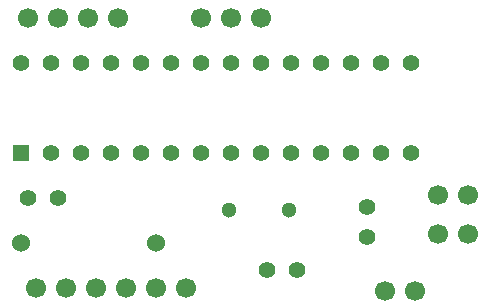
<source format=gts>
G04 (created by PCBNEW (22-Jun-2014 BZR 4027)-stable) date Sat 20 Dec 2014 16:30:47 GMT*
%MOIN*%
G04 Gerber Fmt 3.4, Leading zero omitted, Abs format*
%FSLAX34Y34*%
G01*
G70*
G90*
G04 APERTURE LIST*
%ADD10C,0.00590551*%
%ADD11C,0.06*%
%ADD12C,0.055*%
%ADD13R,0.055X0.055*%
%ADD14C,0.0669291*%
%ADD15C,0.0511811*%
G04 APERTURE END LIST*
G54D10*
G54D11*
X90000Y-48500D03*
X94500Y-48500D03*
G54D12*
X91000Y-45500D03*
X92000Y-45500D03*
X93000Y-45500D03*
X94000Y-45500D03*
X95000Y-45500D03*
X96000Y-45500D03*
X97000Y-45500D03*
X98000Y-45500D03*
X99000Y-45500D03*
X100000Y-45500D03*
X101000Y-45500D03*
X102000Y-45500D03*
X103000Y-45500D03*
G54D13*
X90000Y-45500D03*
G54D12*
X103000Y-42500D03*
X102000Y-42500D03*
X101000Y-42500D03*
X100000Y-42500D03*
X99000Y-42500D03*
X98000Y-42500D03*
X97000Y-42500D03*
X96000Y-42500D03*
X95000Y-42500D03*
X94000Y-42500D03*
X93000Y-42500D03*
X92000Y-42500D03*
X91000Y-42500D03*
X90000Y-42500D03*
X98200Y-49400D03*
X99200Y-49400D03*
X101550Y-48300D03*
X101550Y-47300D03*
X90250Y-47000D03*
X91250Y-47000D03*
G54D14*
X95500Y-50000D03*
X94500Y-50000D03*
X93500Y-50000D03*
X92500Y-50000D03*
X91500Y-50000D03*
X90500Y-50000D03*
G54D15*
X98950Y-47400D03*
X96950Y-47400D03*
G54D14*
X91250Y-41000D03*
X92250Y-41000D03*
X90250Y-41000D03*
X93250Y-41000D03*
X96000Y-41000D03*
X97000Y-41000D03*
X98000Y-41000D03*
X103900Y-48200D03*
X104900Y-48200D03*
X103900Y-46900D03*
X104900Y-46900D03*
X102150Y-50100D03*
X103150Y-50100D03*
M02*

</source>
